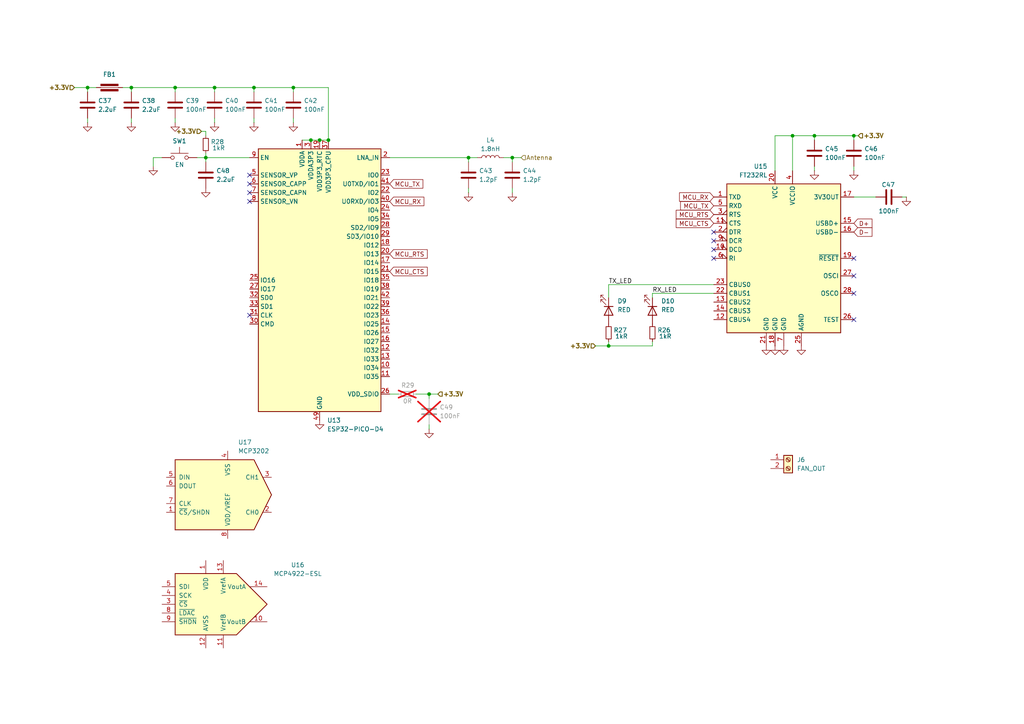
<source format=kicad_sch>
(kicad_sch (version 20231120) (generator "eeschema") (generator_version "8.0")
  (paper "A4")
  (lib_symbols
    (symbol "Analog_ADC:MCP3202" (pin_names (offset 1.016))
      (property "Reference" "U" (at -6.35 11.43 0))
      (property "Value" "MCP3202" (at 11.43 11.43 0))
      (symbol "MCP3202_0_1"
        (polyline (pts (xy 15.24 10.16) (xy -7.62 10.16) (xy -12.7 0) (xy -7.62 -10.16) (xy 15.24 -10.16) (xy 15.24 10.16)) (stroke (width 0.254)) (fill (type background)))
      )
      (symbol "MCP3202_1_1"
        (pin input line (at 17.78 5.08 180) (length 2.54) (name "~{CS}/SHDN") (number "1"))
        (pin passive line (at -12.7 5.08 0) (length 2.54) (name "CH0") (number "2"))
        (pin passive line (at -12.7 -5.08 0) (length 2.54) (name "CH1") (number "3"))
        (pin power_in line (at 0 -12.7 90) (length 2.54) (name "VSS") (number "4"))
        (pin input line (at 17.78 -5.08 180) (length 2.54) (name "DIN") (number "5"))
        (pin output line (at 17.78 -2.54 180) (length 2.54) (name "DOUT") (number "6"))
        (pin input line (at 17.78 2.54 180) (length 2.54) (name "CLK") (number "7"))
        (pin power_in line (at 0 12.7 270) (length 2.54) (name "VDD/VREF") (number "8"))
      )
    )
    (symbol "Analog_DAC:MCP4922-ESL" (pin_names (offset 1.016))
      (property "Reference" "U" (at -10.16 10.16 0))
      (property "Value" "MCP4922-ESL" (at 3.81 10.16 0))
      (symbol "MCP4922-ESL_0_1"
        (polyline (pts (xy -11.43 8.89) (xy 6.35 8.89) (xy 15.24 0) (xy 6.35 -8.89) (xy -11.43 -8.89) (xy -11.43 8.89)) (stroke (width 0.254)) (fill (type background)))
      )
      (symbol "MCP4922-ESL_1_1"
        (pin power_in line (at -2.54 12.7 270) (length 3.81) (name "VDD") (number "1"))
        (pin passive line (at 15.24 -5.08 180) (length 5.08) (name "VoutB") (number "10"))
        (pin passive line (at 2.54 -12.7 90) (length 3.81) (name "VrefB") (number "11"))
        (pin power_in line (at -2.54 -12.7 90) (length 3.81) (name "AVSS") (number "12"))
        (pin passive line (at 2.54 12.7 270) (length 3.81) (name "VrefA") (number "13"))
        (pin passive line (at 15.24 5.08 180) (length 5.08) (name "VoutA") (number "14"))
        (pin no_connect line (at -5.08 -8.89 90) (length 2.54) hide (name "NC") (number "2"))
        (pin input line (at -15.24 0 0) (length 3.81) (name "~{CS}") (number "3"))
        (pin input line (at -15.24 2.54 0) (length 3.81) (name "SCK") (number "4"))
        (pin input line (at -15.24 5.08 0) (length 3.81) (name "SDI") (number "5"))
        (pin no_connect line (at -7.62 -8.89 90) (length 2.54) hide (name "NC") (number "6"))
        (pin no_connect line (at -10.16 -8.89 90) (length 2.54) hide (name "NC") (number "7"))
        (pin input line (at -15.24 -2.54 0) (length 3.81) (name "~{LDAC}") (number "8"))
        (pin input line (at -15.24 -5.08 0) (length 3.81) (name "~{SHDN}") (number "9"))
      )
    )
    (symbol "Connector:Screw_Terminal_01x02" (pin_names (offset 1.016) hide)
      (property "Reference" "J" (at 0 2.54 0))
      (property "Value" "Screw_Terminal_01x02" (at 0 -5.08 0))
      (symbol "Screw_Terminal_01x02_1_1"
        (rectangle (start -1.27 1.27) (end 1.27 -3.81) (stroke (width 0.254)) (fill (type background)))
        (circle (center 0 -2.54) (radius 0.635) (stroke (width 0.1524)))
        (polyline (pts (xy -0.5334 -2.2098) (xy 0.3302 -3.048)) (stroke (width 0.1524)))
        (polyline (pts (xy -0.5334 0.3302) (xy 0.3302 -0.508)) (stroke (width 0.1524)))
        (polyline (pts (xy -0.3556 -2.032) (xy 0.508 -2.8702)) (stroke (width 0.1524)))
        (polyline (pts (xy -0.3556 0.508) (xy 0.508 -0.3302)) (stroke (width 0.1524)))
        (circle (center 0 0) (radius 0.635) (stroke (width 0.1524)))
        (pin passive line (at -5.08 0 0) (length 3.81) (name "Pin_1") (number "1"))
        (pin passive line (at -5.08 -2.54 0) (length 3.81) (name "Pin_2") (number "2"))
      )
    )
    (symbol "Device:C" (pin_numbers hide) (pin_names (offset 0.254))
      (property "Reference" "C" (at 0.635 2.54 0))
      (property "Value" "C" (at 0.635 -2.54 0))
      (symbol "C_0_1"
        (polyline (pts (xy -2.032 -0.762) (xy 2.032 -0.762)) (stroke (width 0.508)))
        (polyline (pts (xy -2.032 0.762) (xy 2.032 0.762)) (stroke (width 0.508)))
      )
      (symbol "C_1_1"
        (pin passive line (at 0 3.81 270) (length 2.794) (name "~") (number "1"))
        (pin passive line (at 0 -3.81 90) (length 2.794) (name "~") (number "2"))
      )
    )
    (symbol "Device:L" (pin_numbers hide) (pin_names (offset 1.016) hide)
      (property "Reference" "L" (at -1.27 0 90))
      (property "Value" "L" (at 1.905 0 90))
      (symbol "L_0_1"
        (arc (start 0 -2.54) (mid 0.6323 -1.905) (end 0 -1.27))
        (arc (start 0 -1.27) (mid 0.6323 -0.635) (end 0 0))
        (arc (start 0 0) (mid 0.6323 0.635) (end 0 1.27))
        (arc (start 0 1.27) (mid 0.6323 1.905) (end 0 2.54))
      )
      (symbol "L_1_1"
        (pin passive line (at 0 3.81 270) (length 1.27) (name "1") (number "1"))
        (pin passive line (at 0 -3.81 90) (length 1.27) (name "2") (number "2"))
      )
    )
    (symbol "Device:LED" (pin_numbers hide) (pin_names (offset 1.016) hide)
      (property "Reference" "D" (at 0 2.54 0))
      (property "Value" "LED" (at 0 -2.54 0))
      (symbol "LED_0_1"
        (polyline (pts (xy -1.27 -1.27) (xy -1.27 1.27)) (stroke (width 0.254)))
        (polyline (pts (xy -1.27 0) (xy 1.27 0)))
        (polyline (pts (xy 1.27 -1.27) (xy 1.27 1.27) (xy -1.27 0) (xy 1.27 -1.27)) (stroke (width 0.254)))
        (polyline (pts (xy -3.048 -0.762) (xy -4.572 -2.286) (xy -3.81 -2.286) (xy -4.572 -2.286) (xy -4.572 -1.524)))
        (polyline (pts (xy -1.778 -0.762) (xy -3.302 -2.286) (xy -2.54 -2.286) (xy -3.302 -2.286) (xy -3.302 -1.524)))
      )
      (symbol "LED_1_1"
        (pin passive line (at -3.81 0 0) (length 2.54) (name "K") (number "1"))
        (pin passive line (at 3.81 0 180) (length 2.54) (name "A") (number "2"))
      )
    )
    (symbol "Device:R_Small" (pin_numbers hide) (pin_names (offset 0.254) hide)
      (property "Reference" "R" (at 0.762 0.508 0))
      (property "Value" "R_Small" (at 0.762 -1.016 0))
      (symbol "R_Small_0_1"
        (rectangle (start -0.762 1.778) (end 0.762 -1.778) (stroke (width 0.2032)))
      )
      (symbol "R_Small_1_1"
        (pin passive line (at 0 2.54 270) (length 0.762) (name "~") (number "1"))
        (pin passive line (at 0 -2.54 90) (length 0.762) (name "~") (number "2"))
      )
    )
    (symbol "Interface_USB:FT232RL"
      (property "Reference" "U" (at -16.51 22.86 0))
      (property "Value" "FT232RL" (at 10.16 22.86 0))
      (symbol "FT232RL_0_1"
        (rectangle (start -16.51 21.59) (end 16.51 -21.59) (stroke (width 0.254)) (fill (type background)))
      )
      (symbol "FT232RL_1_1"
        (pin output line (at 20.32 17.78 180) (length 3.81) (name "TXD") (number "1"))
        (pin input input_low (at 20.32 2.54 180) (length 3.81) (name "DCD") (number "10"))
        (pin input input_low (at 20.32 10.16 180) (length 3.81) (name "CTS") (number "11"))
        (pin bidirectional line (at 20.32 -17.78 180) (length 3.81) (name "CBUS4") (number "12"))
        (pin bidirectional line (at 20.32 -12.7 180) (length 3.81) (name "CBUS2") (number "13"))
        (pin bidirectional line (at 20.32 -15.24 180) (length 3.81) (name "CBUS3") (number "14"))
        (pin bidirectional line (at -20.32 10.16 0) (length 3.81) (name "USBD+") (number "15"))
        (pin bidirectional line (at -20.32 7.62 0) (length 3.81) (name "USBD-") (number "16"))
        (pin power_out line (at -20.32 17.78 0) (length 3.81) (name "3V3OUT") (number "17"))
        (pin power_in line (at 2.54 -25.4 90) (length 3.81) (name "GND") (number "18"))
        (pin input line (at -20.32 0 0) (length 3.81) (name "~{RESET}") (number "19"))
        (pin output output_low (at 20.32 7.62 180) (length 3.81) (name "DTR") (number "2"))
        (pin power_in line (at 2.54 25.4 270) (length 3.81) (name "VCC") (number "20"))
        (pin power_in line (at 5.08 -25.4 90) (length 3.81) (name "GND") (number "21"))
        (pin bidirectional line (at 20.32 -10.16 180) (length 3.81) (name "CBUS1") (number "22"))
        (pin bidirectional line (at 20.32 -7.62 180) (length 3.81) (name "CBUS0") (number "23"))
        (pin power_in line (at -5.08 -25.4 90) (length 3.81) (name "AGND") (number "25"))
        (pin input line (at -20.32 -17.78 0) (length 3.81) (name "TEST") (number "26"))
        (pin input line (at -20.32 -5.08 0) (length 3.81) (name "OSCI") (number "27"))
        (pin output line (at -20.32 -10.16 0) (length 3.81) (name "OSCO") (number "28"))
        (pin output output_low (at 20.32 12.7 180) (length 3.81) (name "RTS") (number "3"))
        (pin power_in line (at -2.54 25.4 270) (length 3.81) (name "VCCIO") (number "4"))
        (pin input line (at 20.32 15.24 180) (length 3.81) (name "RXD") (number "5"))
        (pin input input_low (at 20.32 0 180) (length 3.81) (name "RI") (number "6"))
        (pin power_in line (at 0 -25.4 90) (length 3.81) (name "GND") (number "7"))
        (pin input input_low (at 20.32 5.08 180) (length 3.81) (name "DCR") (number "9"))
      )
    )
    (symbol "MCU_Espressif:ESP32-PICO-D4"
      (property "Reference" "U" (at -17.78 39.37 0))
      (property "Value" "ESP32-PICO-D4" (at 3.81 39.37 0))
      (symbol "ESP32-PICO-D4_0_0"
        (pin power_in line (at -5.08 40.64 270) (length 2.54) (name "VDDA") (number "1"))
        (pin input line (at 20.32 -25.4 180) (length 2.54) (name "IO34") (number "10"))
        (pin input line (at 20.32 -27.94 180) (length 2.54) (name "IO35") (number "11"))
        (pin bidirectional line (at 20.32 -20.32 180) (length 2.54) (name "IO32") (number "12"))
        (pin bidirectional line (at 20.32 -22.86 180) (length 2.54) (name "IO33") (number "13"))
        (pin bidirectional line (at 20.32 -12.7 180) (length 2.54) (name "IO25") (number "14"))
        (pin bidirectional line (at 20.32 -15.24 180) (length 2.54) (name "IO26") (number "15"))
        (pin bidirectional line (at 20.32 -17.78 180) (length 2.54) (name "IO27") (number "16"))
        (pin bidirectional line (at 20.32 5.08 180) (length 2.54) (name "IO14") (number "17"))
        (pin bidirectional line (at 20.32 10.16 180) (length 2.54) (name "IO12") (number "18"))
        (pin power_in line (at 0 40.64 270) (length 2.54) (name "VDD3P3_RTC") (number "19"))
        (pin bidirectional line (at 20.32 35.56 180) (length 2.54) (name "LNA_IN") (number "2"))
        (pin bidirectional line (at 20.32 7.62 180) (length 2.54) (name "IO13") (number "20"))
        (pin bidirectional line (at 20.32 2.54 180) (length 2.54) (name "IO15") (number "21"))
        (pin bidirectional line (at 20.32 25.4 180) (length 2.54) (name "IO2") (number "22"))
        (pin bidirectional line (at 20.32 30.48 180) (length 2.54) (name "IO0") (number "23"))
        (pin bidirectional line (at 20.32 20.32 180) (length 2.54) (name "IO4") (number "24"))
        (pin bidirectional line (at -20.32 0 0) (length 2.54) (name "IO16") (number "25"))
        (pin power_out line (at 20.32 -33.02 180) (length 2.54) (name "VDD_SDIO") (number "26"))
        (pin bidirectional line (at -20.32 -2.54 0) (length 2.54) (name "IO17") (number "27"))
        (pin bidirectional line (at 20.32 15.24 180) (length 2.54) (name "SD2/IO9") (number "28"))
        (pin bidirectional line (at 20.32 12.7 180) (length 2.54) (name "SD3/IO10") (number "29"))
        (pin power_in line (at -2.54 40.64 270) (length 2.54) (name "VDDA3P3") (number "3"))
        (pin bidirectional line (at -20.32 -12.7 0) (length 2.54) (name "CMD") (number "30"))
        (pin bidirectional line (at -20.32 -10.16 0) (length 2.54) (name "CLK") (number "31"))
        (pin bidirectional line (at -20.32 -5.08 0) (length 2.54) (name "SD0") (number "32"))
        (pin bidirectional line (at -20.32 -7.62 0) (length 2.54) (name "SD1") (number "33"))
        (pin bidirectional line (at 20.32 17.78 180) (length 2.54) (name "IO5") (number "34"))
        (pin bidirectional line (at 20.32 0 180) (length 2.54) (name "IO18") (number "35"))
        (pin bidirectional line (at 20.32 -10.16 180) (length 2.54) (name "IO23") (number "36"))
        (pin power_in line (at 2.54 40.64 270) (length 2.54) (name "VDD3P3_CPU") (number "37"))
        (pin bidirectional line (at 20.32 -2.54 180) (length 2.54) (name "IO19") (number "38"))
        (pin bidirectional line (at 20.32 -7.62 180) (length 2.54) (name "IO22") (number "39"))
        (pin passive line (at -2.54 40.64 270) (length 2.54) hide (name "VDDA3P3") (number "4"))
        (pin bidirectional line (at 20.32 22.86 180) (length 2.54) (name "U0RXD/IO3") (number "40"))
        (pin bidirectional line (at 20.32 27.94 180) (length 2.54) (name "U0TXD/IO1") (number "41"))
        (pin bidirectional line (at 20.32 -5.08 180) (length 2.54) (name "IO21") (number "42"))
        (pin passive line (at -5.08 40.64 270) (length 2.54) hide (name "VDDA") (number "43"))
        (pin no_connect line (at -17.78 -25.4 0) (length 2.54) hide (name "XTAL_N_NC") (number "44"))
        (pin no_connect line (at -17.78 -27.94 0) (length 2.54) hide (name "XTAL_P_NC") (number "45"))
        (pin passive line (at -5.08 40.64 270) (length 2.54) hide (name "VDDA") (number "46"))
        (pin no_connect line (at -17.78 -30.48 0) (length 2.54) hide (name "CAP2_NC") (number "47"))
        (pin no_connect line (at -17.78 -33.02 0) (length 2.54) hide (name "CAP1_NC") (number "48"))
        (pin power_in line (at 0 -40.64 90) (length 2.54) (name "GND") (number "49"))
        (pin input line (at -20.32 30.48 0) (length 2.54) (name "SENSOR_VP") (number "5"))
        (pin input line (at -20.32 27.94 0) (length 2.54) (name "SENSOR_CAPP") (number "6"))
        (pin input line (at -20.32 25.4 0) (length 2.54) (name "SENSOR_CAPN") (number "7"))
        (pin input line (at -20.32 22.86 0) (length 2.54) (name "SENSOR_VN") (number "8"))
        (pin input line (at -20.32 35.56 0) (length 2.54) (name "EN") (number "9"))
      )
      (symbol "ESP32-PICO-D4_0_1"
        (rectangle (start -17.78 38.1) (end 17.78 -38.1) (stroke (width 0.254)) (fill (type background)))
      )
    )
    (symbol "PCM_Device_AKL:Ferrite_Bead" (pin_numbers hide) (pin_names (offset 0))
      (property "Reference" "FB" (at 0 4.572 0))
      (property "Value" "Ferrite_Bead" (at 0 3.175 0))
      (symbol "Ferrite_Bead_0_1"
        (rectangle (start -2.54 1.016) (end 2.54 0.508) (fill (type outline)))
        (polyline (pts (xy 2.54 0) (xy -2.54 0)))
      )
      (symbol "Ferrite_Bead_1_1"
        (rectangle (start -2.54 -0.508) (end 2.54 -1.016) (fill (type outline)))
        (pin passive line (at -3.81 0 0) (length 1.27) (name "~") (number "1"))
        (pin passive line (at 3.81 0 180) (length 1.27) (name "~") (number "2"))
      )
    )
    (symbol "Switch:SW_Push" (pin_numbers hide) (pin_names (offset 1.016) hide)
      (property "Reference" "SW" (at 1.27 2.54 0))
      (property "Value" "SW_Push" (at 0 -1.524 0))
      (symbol "SW_Push_0_1"
        (circle (center -2.032 0) (radius 0.508))
        (polyline (pts (xy 0 1.27) (xy 0 3.048)))
        (polyline (pts (xy 2.54 1.27) (xy -2.54 1.27)))
        (circle (center 2.032 0) (radius 0.508))
        (pin passive line (at -5.08 0 0) (length 2.54) (name "1") (number "1"))
        (pin passive line (at 5.08 0 180) (length 2.54) (name "2") (number "2"))
      )
    )
    (symbol "power:GND" (power) (pin_numbers hide) (pin_names (offset 0) hide)
      (property "Value" "GND" (at 0 -3.81 0))
      (symbol "GND_0_1"
        (polyline (pts (xy 0 0) (xy 0 -1.27) (xy 1.27 -1.27) (xy 0 -2.54) (xy -1.27 -1.27) (xy 0 -1.27)))
      )
      (symbol "GND_1_1"
        (pin power_in line (at 0 0 270) (length 0) (name "~") (number "1"))
      )
    )
  )
  (junction (at 135.89 45.72))
  (junction (at 236.22 39.37))
  (junction (at 148.59 45.72))
  (junction (at 124.46 114.3))
  (junction (at 176.53 100.33))
  (junction (at 25.4 25.4))
  (junction (at 229.87 39.37))
  (junction (at 73.66 25.4))
  (junction (at 38.1 25.4))
  (junction (at 62.23 25.4))
  (junction (at 92.71 40.64))
  (junction (at 50.8 25.4))
  (junction (at 59.69 45.72))
  (junction (at 85.09 25.4))
  (junction (at 90.17 40.64))
  (junction (at 95.25 40.64))
  (junction (at 247.65 39.37))
  (no_connect (at 207.01 72.39))
  (no_connect (at 207.01 67.31))
  (no_connect (at 247.65 92.71))
  (no_connect (at 72.39 91.44))
  (no_connect (at 72.39 55.88))
  (no_connect (at 247.65 85.09))
  (no_connect (at 207.01 69.85))
  (no_connect (at 247.65 80.01))
  (no_connect (at 72.39 50.8))
  (no_connect (at 72.39 53.34))
  (no_connect (at 207.01 74.93))
  (no_connect (at 247.65 74.93))
  (no_connect (at 72.39 58.42))
  (wire (pts (xy 236.22 39.37) (xy 236.22 40.64)))
  (wire (pts (xy 44.45 48.26) (xy 44.45 45.72)))
  (wire (pts (xy 236.22 39.37) (xy 229.87 39.37)))
  (wire (pts (xy 87.63 40.64) (xy 90.17 40.64)))
  (wire (pts (xy 95.25 40.64) (xy 95.25 25.4)))
  (wire (pts (xy 59.69 38.1) (xy 59.69 39.37)))
  (wire (pts (xy 176.53 82.55) (xy 176.53 86.36)))
  (wire (pts (xy 247.65 48.26) (xy 247.65 49.53)))
  (wire (pts (xy 247.65 40.64) (xy 247.65 39.37)))
  (wire (pts (xy 35.56 25.4) (xy 38.1 25.4)))
  (wire (pts (xy 25.4 35.56) (xy 25.4 34.29)))
  (wire (pts (xy 207.01 82.55) (xy 176.53 82.55)))
  (wire (pts (xy 124.46 114.3) (xy 124.46 115.57)))
  (wire (pts (xy 148.59 45.72) (xy 148.59 46.99)))
  (wire (pts (xy 229.87 39.37) (xy 224.79 39.37)))
  (wire (pts (xy 59.69 44.45) (xy 59.69 45.72)))
  (wire (pts (xy 146.05 45.72) (xy 148.59 45.72)))
  (wire (pts (xy 38.1 25.4) (xy 38.1 26.67)))
  (wire (pts (xy 262.89 57.15) (xy 261.62 57.15)))
  (wire (pts (xy 62.23 34.29) (xy 62.23 35.56)))
  (wire (pts (xy 57.15 45.72) (xy 59.69 45.72)))
  (wire (pts (xy 135.89 46.99) (xy 135.89 45.72)))
  (wire (pts (xy 224.79 39.37) (xy 224.79 49.53)))
  (wire (pts (xy 247.65 57.15) (xy 254 57.15)))
  (wire (pts (xy 189.23 85.09) (xy 189.23 86.36)))
  (wire (pts (xy 176.53 100.33) (xy 189.23 100.33)))
  (wire (pts (xy 92.71 40.64) (xy 95.25 40.64)))
  (wire (pts (xy 124.46 124.46) (xy 124.46 123.19)))
  (wire (pts (xy 127 114.3) (xy 124.46 114.3)))
  (wire (pts (xy 62.23 25.4) (xy 62.23 26.67)))
  (wire (pts (xy 58.42 38.1) (xy 59.69 38.1)))
  (wire (pts (xy 25.4 25.4) (xy 27.94 25.4)))
  (wire (pts (xy 85.09 34.29) (xy 85.09 35.56)))
  (wire (pts (xy 229.87 39.37) (xy 229.87 49.53)))
  (wire (pts (xy 38.1 34.29) (xy 38.1 35.56)))
  (wire (pts (xy 85.09 25.4) (xy 95.25 25.4)))
  (wire (pts (xy 113.03 114.3) (xy 115.57 114.3)))
  (wire (pts (xy 207.01 85.09) (xy 189.23 85.09)))
  (wire (pts (xy 73.66 25.4) (xy 85.09 25.4)))
  (wire (pts (xy 236.22 49.53) (xy 236.22 48.26)))
  (wire (pts (xy 148.59 54.61) (xy 148.59 55.88)))
  (wire (pts (xy 59.69 45.72) (xy 59.69 46.99)))
  (wire (pts (xy 172.72 100.33) (xy 176.53 100.33)))
  (wire (pts (xy 62.23 25.4) (xy 73.66 25.4)))
  (wire (pts (xy 247.65 39.37) (xy 248.92 39.37)))
  (wire (pts (xy 21.59 25.4) (xy 25.4 25.4)))
  (wire (pts (xy 85.09 25.4) (xy 85.09 26.67)))
  (wire (pts (xy 59.69 45.72) (xy 72.39 45.72)))
  (wire (pts (xy 148.59 45.72) (xy 151.13 45.72)))
  (wire (pts (xy 247.65 39.37) (xy 236.22 39.37)))
  (wire (pts (xy 135.89 55.88) (xy 135.89 54.61)))
  (wire (pts (xy 113.03 45.72) (xy 135.89 45.72)))
  (wire (pts (xy 38.1 25.4) (xy 50.8 25.4)))
  (wire (pts (xy 73.66 35.56) (xy 73.66 34.29)))
  (wire (pts (xy 25.4 26.67) (xy 25.4 25.4)))
  (wire (pts (xy 50.8 25.4) (xy 50.8 26.67)))
  (wire (pts (xy 50.8 25.4) (xy 62.23 25.4)))
  (wire (pts (xy 176.53 100.33) (xy 176.53 99.06)))
  (wire (pts (xy 189.23 100.33) (xy 189.23 99.06)))
  (wire (pts (xy 90.17 40.64) (xy 92.71 40.64)))
  (wire (pts (xy 50.8 35.56) (xy 50.8 34.29)))
  (wire (pts (xy 44.45 45.72) (xy 46.99 45.72)))
  (wire (pts (xy 73.66 25.4) (xy 73.66 26.67)))
  (wire (pts (xy 135.89 45.72) (xy 138.43 45.72)))
  (wire (pts (xy 120.65 114.3) (xy 124.46 114.3)))
  (label "RX_LED" (at 189.23 85.09 0))
  (label "TX_LED" (at 176.53 82.55 0))
  (global_label "D+" (shape input) (at 247.65 64.77 0) (property "Intersheetrefs" "${INTERSHEET_REFS}" (effects (hide yes))))
  (global_label "MCU_CTS" (shape input) (at 207.01 64.77 180) (property "Intersheetrefs" "${INTERSHEET_REFS}" (effects (hide yes))))
  (global_label "MCU_RTS" (shape input) (at 207.01 62.23 180) (property "Intersheetrefs" "${INTERSHEET_REFS}" (effects (hide yes))))
  (global_label "MCU_RX" (shape input) (at 207.01 57.15 180) (property "Intersheetrefs" "${INTERSHEET_REFS}" (effects (hide yes))))
  (global_label "D-" (shape input) (at 247.65 67.31 0) (property "Intersheetrefs" "${INTERSHEET_REFS}" (effects (hide yes))))
  (global_label "MCU_TX" (shape input) (at 113.03 53.34 0) (property "Intersheetrefs" "${INTERSHEET_REFS}" (effects (hide yes))))
  (global_label "MCU_RX" (shape input) (at 113.03 58.42 0) (property "Intersheetrefs" "${INTERSHEET_REFS}" (effects (hide yes))))
  (global_label "MCU_RTS" (shape input) (at 113.03 73.66 0) (property "Intersheetrefs" "${INTERSHEET_REFS}" (effects (hide yes))))
  (global_label "MCU_TX" (shape input) (at 207.01 59.69 180) (property "Intersheetrefs" "${INTERSHEET_REFS}" (effects (hide yes))))
  (global_label "MCU_CTS" (shape input) (at 113.03 78.74 0) (property "Intersheetrefs" "${INTERSHEET_REFS}" (effects (hide yes))))
  (hierarchical_label "+3.3V" (shape input) (at 58.42 38.1 180) (effects (font (bold yes))))
  (hierarchical_label "+3.3V" (shape input) (at 248.92 39.37 0) (effects (font (bold yes))))
  (hierarchical_label "+3.3V" (shape input) (at 172.72 100.33 180) (effects (font (bold yes))))
  (hierarchical_label "Antenna" (shape input) (at 151.13 45.72 0))
  (hierarchical_label "+3.3V" (shape input) (at 127 114.3 0) (effects (font (bold yes))))
  (hierarchical_label "+3.3V" (shape input) (at 21.59 25.4 180) (effects (font (bold yes))))
  (symbol (lib_id "Device:C") (at 247.65 44.45 0) (unit 1)
    (property "Reference" "C46" (at 250.698 43.18 0) (effects (justify left)))
    (property "Value" "100nF" (at 250.698 45.72 0) (effects (justify left)))
    (property "Description" "Unpolarized capacitor" (effects (hide yes)))
  )
  (symbol (lib_id "Device:R_Small") (at 118.11 114.3 90) (unit 1) (dnp yes)
    (property "Reference" "R29" (at 116.332 111.76 90) (effects (justify right)))
    (property "Value" "0R" (at 116.84 116.332 90) (effects (justify right)))
    (property "Description" "Resistor, small symbol" (effects (hide yes)))
  )
  (symbol (lib_id "PCM_Device_AKL:Ferrite_Bead") (at 31.75 25.4 0) (unit 1)
    (property "Reference" "FB1" (at 31.75 21.59 0))
    (property "Value" "Ferrite_Bead" (effects (hide yes)))
    (property "Description" "Ferrite bead, Alternate KiCAD Library" (effects (hide yes)))
  )
  (symbol (lib_id "power:GND") (at 247.65 49.53 0) (unit 1)
    (property "Reference" "#PWR069" (effects (hide yes)))
    (property "Value" "GND" (effects (hide yes)))
    (property "Description" "Power symbol creates a global label with name \"GND\" , ground" (effects (hide yes)))
  )
  (symbol (lib_id "power:GND") (at 236.22 49.53 0) (unit 1)
    (property "Reference" "#PWR068" (effects (hide yes)))
    (property "Value" "GND" (effects (hide yes)))
    (property "Description" "Power symbol creates a global label with name \"GND\" , ground" (effects (hide yes)))
  )
  (symbol (lib_id "power:GND") (at 262.89 57.15 0) (unit 1)
    (property "Reference" "#PWR070" (effects (hide yes)))
    (property "Value" "GND" (effects (hide yes)))
    (property "Description" "Power symbol creates a global label with name \"GND\" , ground" (effects (hide yes)))
  )
  (symbol (lib_id "Device:C") (at 62.23 30.48 0) (unit 1)
    (property "Reference" "C40" (at 65.278 29.21 0) (effects (justify left)))
    (property "Value" "100nF" (at 65.278 31.75 0) (effects (justify left)))
    (property "Description" "Unpolarized capacitor" (effects (hide yes)))
  )
  (symbol (lib_id "power:GND") (at 44.45 48.26 0) (unit 1)
    (property "Reference" "#PWR071" (effects (hide yes)))
    (property "Value" "GND" (effects (hide yes)))
    (property "Description" "Power symbol creates a global label with name \"GND\" , ground" (effects (hide yes)))
  )
  (symbol (lib_id "Connector:Screw_Terminal_01x02") (at 228.6 133.35 0) (unit 1)
    (property "Reference" "J6" (at 231.14 133.3499 0) (effects (justify left)))
    (property "Value" "FAN_OUT" (at 231.14 135.8899 0) (effects (justify left)))
    (property "Description" "Generic screw terminal, single row, 01x02, script generated (kicad-library-utils/schlib/autogen/connector/)" (effects (hide yes)))
  )
  (symbol (lib_id "Switch:SW_Push") (at 52.07 45.72 0) (unit 1)
    (property "Reference" "SW1" (at 52.07 40.894 0))
    (property "Value" "EN" (at 52.07 47.752 0))
    (property "Description" "Push button switch, generic, two pins" (effects (hide yes)))
  )
  (symbol (lib_id "Device:R_Small") (at 189.23 96.52 0) (unit 1)
    (property "Reference" "R26" (at 194.564 95.758 0) (effects (justify right)))
    (property "Value" "1kR" (at 194.818 97.536 0) (effects (justify right)))
    (property "Description" "Resistor, small symbol" (effects (hide yes)))
  )
  (symbol (lib_id "Device:C") (at 59.69 50.8 0) (unit 1)
    (property "Reference" "C48" (at 62.738 49.53 0) (effects (justify left)))
    (property "Value" "2.2uF" (at 62.738 52.07 0) (effects (justify left)))
    (property "Description" "Unpolarized capacitor" (effects (hide yes)))
  )
  (symbol (lib_id "Device:C") (at 73.66 30.48 0) (unit 1)
    (property "Reference" "C41" (at 76.708 29.21 0) (effects (justify left)))
    (property "Value" "100nF" (at 76.708 31.75 0) (effects (justify left)))
    (property "Description" "Unpolarized capacitor" (effects (hide yes)))
  )
  (symbol (lib_id "power:GND") (at 85.09 35.56 0) (unit 1)
    (property "Reference" "#PWR061" (effects (hide yes)))
    (property "Value" "GND" (effects (hide yes)))
    (property "Description" "Power symbol creates a global label with name \"GND\" , ground" (effects (hide yes)))
  )
  (symbol (lib_id "power:GND") (at 124.46 124.46 0) (unit 1)
    (property "Reference" "#PWR073" (effects (hide yes)))
    (property "Value" "GND" (effects (hide yes)))
    (property "Description" "Power symbol creates a global label with name \"GND\" , ground" (effects (hide yes)))
  )
  (symbol (lib_id "Device:R_Small") (at 176.53 96.52 0) (unit 1)
    (property "Reference" "R27" (at 181.864 95.758 0) (effects (justify right)))
    (property "Value" "1kR" (at 182.118 97.536 0) (effects (justify right)))
    (property "Description" "Resistor, small symbol" (effects (hide yes)))
  )
  (symbol (lib_id "Device:LED") (at 176.53 90.17 270) (unit 1)
    (property "Reference" "D9" (at 179.07 87.3124 90) (effects (justify left)))
    (property "Value" "RED" (at 179.07 89.8524 90) (effects (justify left)))
    (property "Description" "Light emitting diode" (effects (hide yes)))
  )
  (symbol (lib_id "Device:C") (at 25.4 30.48 0) (unit 1)
    (property "Reference" "C37" (at 28.448 29.21 0) (effects (justify left)))
    (property "Value" "2.2uF" (at 28.448 31.75 0) (effects (justify left)))
    (property "Description" "Unpolarized capacitor" (effects (hide yes)))
  )
  (symbol (lib_id "Analog_ADC:MCP3202") (at 66.04 143.51 180) (unit 1)
    (property "Reference" "U17" (at 69.0565 128.27 0) (effects (justify right)))
    (property "Value" "MCP3202" (at 69.0565 130.81 0) (effects (justify right)))
    (property "Datasheet" "http://ww1.microchip.com/downloads/en/DeviceDoc/21034D.pdf" (effects (hide yes)))
    (property "Description" "A/D Converter, 12-Bit, 2-Channel, SPI Interface, 2.7V-5.5V" (effects (hide yes)))
  )
  (symbol (lib_id "power:GND") (at 62.23 35.56 0) (unit 1)
    (property "Reference" "#PWR059" (effects (hide yes)))
    (property "Value" "GND" (effects (hide yes)))
    (property "Description" "Power symbol creates a global label with name \"GND\" , ground" (effects (hide yes)))
  )
  (symbol (lib_id "Device:C") (at 135.89 50.8 0) (unit 1)
    (property "Reference" "C43" (at 138.938 49.53 0) (effects (justify left)))
    (property "Value" "1.2pF" (at 138.938 52.07 0) (effects (justify left)))
    (property "Description" "Unpolarized capacitor" (effects (hide yes)))
  )
  (symbol (lib_id "power:GND") (at 38.1 35.56 0) (unit 1)
    (property "Reference" "#PWR057" (effects (hide yes)))
    (property "Value" "GND" (effects (hide yes)))
    (property "Description" "Power symbol creates a global label with name \"GND\" , ground" (effects (hide yes)))
  )
  (symbol (lib_id "power:GND") (at 92.71 121.92 0) (unit 1)
    (property "Reference" "#PWR055" (effects (hide yes)))
    (property "Value" "GND" (effects (hide yes)))
    (property "Description" "Power symbol creates a global label with name \"GND\" , ground" (effects (hide yes)))
  )
  (symbol (lib_id "MCU_Espressif:ESP32-PICO-D4") (at 92.71 81.28 0) (unit 1)
    (property "Reference" "U13" (at 94.9041 121.92 0) (effects (justify left)))
    (property "Value" "ESP32-PICO-D4" (at 94.9041 124.46 0) (effects (justify left)))
    (property "Footprint" "Package_DFN_QFN:QFN-48-1EP_7x7mm_P0.5mm_EP5.3x5.3mm" (effects (hide yes)))
    (property "Datasheet" "https://www.espressif.com/sites/default/files/documentation/esp32-pico-d4_datasheet_en.pdf" (effects (hide yes)))
    (property "Description" "RF Module, ESP32 SoC, Wi-Fi 802.11b/g/n, Bluetooth, BLE, 32-bit, 2.7-3.6V, external antenna, QFN-48" (effects (hide yes)))
  )
  (symbol (lib_id "power:GND") (at 59.69 54.61 0) (unit 1)
    (property "Reference" "#PWR072" (effects (hide yes)))
    (property "Value" "GND" (effects (hide yes)))
    (property "Description" "Power symbol creates a global label with name \"GND\" , ground" (effects (hide yes)))
  )
  (symbol (lib_id "Device:C") (at 257.81 57.15 90) (unit 1)
    (property "Reference" "C47" (at 259.588 53.594 90) (effects (justify left)))
    (property "Value" "100nF" (at 260.858 61.214 90) (effects (justify left)))
    (property "Description" "Unpolarized capacitor" (effects (hide yes)))
  )
  (symbol (lib_id "power:GND") (at 148.59 55.88 0) (unit 1)
    (property "Reference" "#PWR063" (effects (hide yes)))
    (property "Value" "GND" (effects (hide yes)))
    (property "Description" "Power symbol creates a global label with name \"GND\" , ground" (effects (hide yes)))
  )
  (symbol (lib_id "power:GND") (at 224.79 100.33 0) (unit 1)
    (property "Reference" "#PWR065" (effects (hide yes)))
    (property "Value" "GND" (effects (hide yes)))
    (property "Description" "Power symbol creates a global label with name \"GND\" , ground" (effects (hide yes)))
  )
  (symbol (lib_id "Device:C") (at 85.09 30.48 0) (unit 1)
    (property "Reference" "C42" (at 88.138 29.21 0) (effects (justify left)))
    (property "Value" "100nF" (at 88.138 31.75 0) (effects (justify left)))
    (property "Description" "Unpolarized capacitor" (effects (hide yes)))
  )
  (symbol (lib_id "Device:L") (at 142.24 45.72 90) (unit 1)
    (property "Reference" "L4" (at 142.24 40.64 90))
    (property "Value" "1.8nH" (at 142.24 43.18 90))
    (property "Description" "Inductor" (effects (hide yes)))
  )
  (symbol (lib_id "power:GND") (at 232.41 100.33 0) (unit 1)
    (property "Reference" "#PWR067" (effects (hide yes)))
    (property "Value" "GND" (effects (hide yes)))
    (property "Description" "Power symbol creates a global label with name \"GND\" , ground" (effects (hide yes)))
  )
  (symbol (lib_id "Device:C") (at 50.8 30.48 0) (unit 1)
    (property "Reference" "C39" (at 53.848 29.21 0) (effects (justify left)))
    (property "Value" "100nF" (at 53.848 31.75 0) (effects (justify left)))
    (property "Description" "Unpolarized capacitor" (effects (hide yes)))
  )
  (symbol (lib_id "power:GND") (at 222.25 100.33 0) (unit 1)
    (property "Reference" "#PWR064" (effects (hide yes)))
    (property "Value" "GND" (effects (hide yes)))
    (property "Description" "Power symbol creates a global label with name \"GND\" , ground" (effects (hide yes)))
  )
  (symbol (lib_id "Device:C") (at 148.59 50.8 0) (unit 1)
    (property "Reference" "C44" (at 151.638 49.53 0) (effects (justify left)))
    (property "Value" "1.2pF" (at 151.638 52.07 0) (effects (justify left)))
    (property "Description" "Unpolarized capacitor" (effects (hide yes)))
  )
  (symbol (lib_id "Device:C") (at 236.22 44.45 0) (unit 1)
    (property "Reference" "C45" (at 239.268 43.18 0) (effects (justify left)))
    (property "Value" "100nF" (at 239.268 45.72 0) (effects (justify left)))
    (property "Description" "Unpolarized capacitor" (effects (hide yes)))
  )
  (symbol (lib_id "Device:LED") (at 189.23 90.17 270) (unit 1)
    (property "Reference" "D10" (at 191.77 87.3124 90) (effects (justify left)))
    (property "Value" "RED" (at 191.77 89.8524 90) (effects (justify left)))
    (property "Description" "Light emitting diode" (effects (hide yes)))
  )
  (symbol (lib_id "Device:C") (at 38.1 30.48 0) (unit 1)
    (property "Reference" "C38" (at 41.148 29.21 0) (effects (justify left)))
    (property "Value" "2.2uF" (at 41.148 31.75 0) (effects (justify left)))
    (property "Description" "Unpolarized capacitor" (effects (hide yes)))
  )
  (symbol (lib_id "power:GND") (at 135.89 55.88 0) (unit 1)
    (property "Reference" "#PWR062" (effects (hide yes)))
    (property "Value" "GND" (effects (hide yes)))
    (property "Description" "Power symbol creates a global label with name \"GND\" , ground" (effects (hide yes)))
  )
  (symbol (lib_id "power:GND") (at 25.4 35.56 0) (unit 1)
    (property "Reference" "#PWR056" (effects (hide yes)))
    (property "Value" "GND" (effects (hide yes)))
    (property "Description" "Power symbol creates a global label with name \"GND\" , ground" (effects (hide yes)))
  )
  (symbol (lib_id "power:GND") (at 227.33 100.33 0) (unit 1)
    (property "Reference" "#PWR066" (effects (hide yes)))
    (property "Value" "GND" (effects (hide yes)))
    (property "Description" "Power symbol creates a global label with name \"GND\" , ground" (effects (hide yes)))
  )
  (symbol (lib_id "Device:C") (at 124.46 119.38 0) (unit 1) (dnp yes)
    (property "Reference" "C49" (at 127.508 118.11 0) (effects (justify left)))
    (property "Value" "100nF" (at 127.508 120.65 0) (effects (justify left)))
    (property "Description" "Unpolarized capacitor" (effects (hide yes)))
  )
  (symbol (lib_id "Analog_DAC:MCP4922-ESL") (at 62.23 175.26 0) (unit 1)
    (property "Reference" "U16" (at 86.36 163.8614 0))
    (property "Value" "MCP4922-ESL" (at 86.36 166.4014 0))
    (property "Footprint" "PCM_Package_SO_AKL:SOIC-14_3.9x8.7mm_P1.27mm" (effects (hide yes)))
    (property "Datasheet" "http://ww1.microchip.com/downloads/en/devicedoc/21897a.pdf" (effects (hide yes)))
    (property "Description" "Dual 12-bit Digital to Analog Converter, SPI Interface, SOIC-14" (effects (hide yes)))
  )
  (symbol (lib_id "Device:R_Small") (at 59.69 41.91 0) (unit 1)
    (property "Reference" "R28" (at 65.024 41.148 0) (effects (justify right)))
    (property "Value" "1kR" (at 65.278 42.926 0) (effects (justify right)))
    (property "Description" "Resistor, small symbol" (effects (hide yes)))
  )
  (symbol (lib_id "power:GND") (at 50.8 35.56 0) (unit 1)
    (property "Reference" "#PWR058" (effects (hide yes)))
    (property "Value" "GND" (effects (hide yes)))
    (property "Description" "Power symbol creates a global label with name \"GND\" , ground" (effects (hide yes)))
  )
  (symbol (lib_id "power:GND") (at 73.66 35.56 0) (unit 1)
    (property "Reference" "#PWR060" (effects (hide yes)))
    (property "Value" "GND" (effects (hide yes)))
    (property "Description" "Power symbol creates a global label with name \"GND\" , ground" (effects (hide yes)))
  )
  (symbol (lib_id "Interface_USB:FT232RL") (at 227.33 74.93 0) (mirror y) (unit 1)
    (property "Reference" "U15" (at 222.5959 48.26 0) (effects (justify left)))
    (property "Value" "FT232RL" (at 222.5959 50.8 0) (effects (justify left)))
    (property "Footprint" "Package_SO:SSOP-28_5.3x10.2mm_P0.65mm" (effects (hide yes)))
    (property "Datasheet" "https://www.ftdichip.com/Support/Documents/DataSheets/ICs/DS_FT232R.pdf" (effects (hide yes)))
    (property "Description" "USB to Serial Interface, SSOP-28" (effects (hide yes)))
  )
)
</source>
